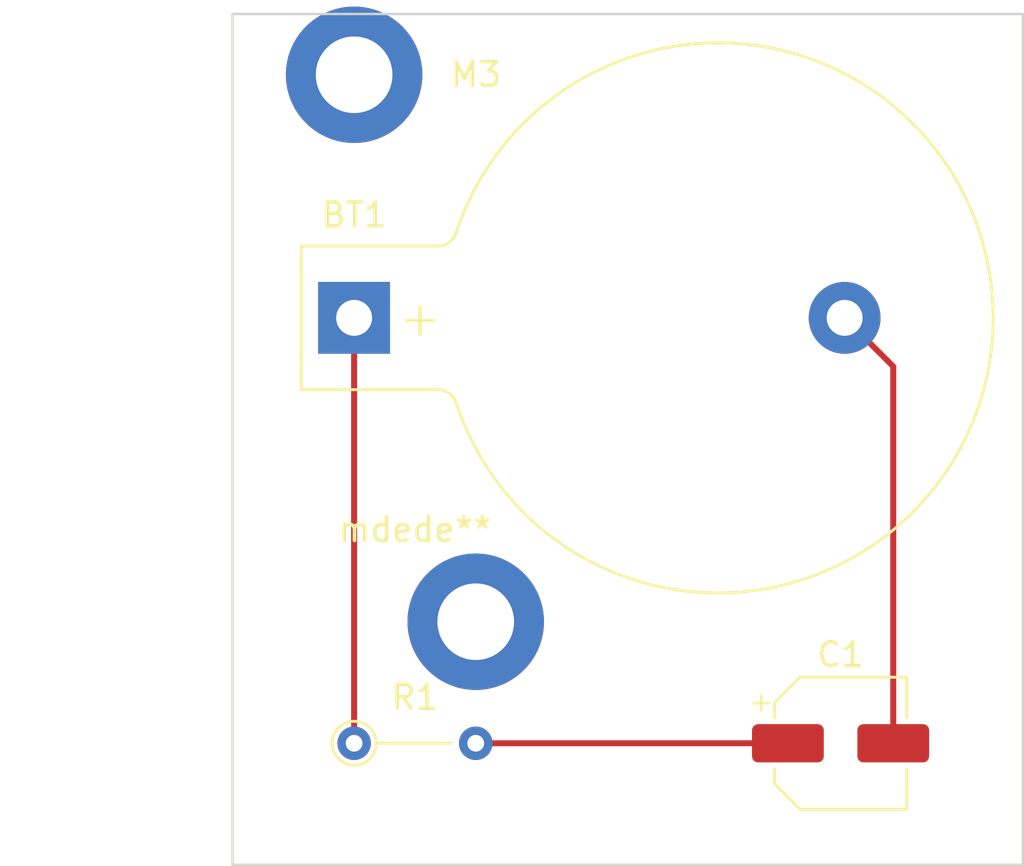
<source format=kicad_pcb>
(kicad_pcb (version 20211014) (generator pcbnew)
  (layers (0 "F.Cu" signal) (31 "B.Cu" signal) (34 "B.Paste" user) (35 "F.Paste" user) (36 "B.SilkS" user "B.Silkscreen") (37 "F.SilkS" user "F.Silkscreen") (38 "B.Mask" user) (39 "F.Mask" user) (44 "Edge.Cuts" user))
  (net 0 "")
  (net 1 "Net-(BT1-Pad2)")
  (net 2 "Net-(BT1-Pad1)")
  (net 3 "Net-(C1-Pad1)")
  (footprint "Capacitor_SMD:CP_Elec_5x5.4" (layer "F.Cu") (at 147.32 86.36)
    (fp_text reference "C1" (at 0 -3.7) (layer "F.SilkS"))
    (fp_text value "1u")
    (fp_line (start -1.695563 2.76) (end 2.76 2.76) (layer "F.SilkS") (width 0.12))
    (fp_line (start 2.76 2.76) (end 2.76 1.06) (layer "F.SilkS") (width 0.12))
    (fp_line (start -3.3125 -1.9975) (end -3.3125 -1.3725) (layer "F.SilkS") (width 0.12))
    (fp_line (start -2.76 -1.695563) (end -1.695563 -2.76) (layer "F.SilkS") (width 0.12))
    (fp_line (start -2.76 -1.695563) (end -2.76 -1.06) (layer "F.SilkS") (width 0.12))
    (fp_line (start -1.695563 -2.76) (end 2.76 -2.76) (layer "F.SilkS") (width 0.12))
    (fp_line (start -2.76 1.695563) (end -1.695563 2.76) (layer "F.SilkS") (width 0.12))
    (fp_line (start -2.76 1.695563) (end -2.76 1.06) (layer "F.SilkS") (width 0.12))
    (fp_line (start -3.625 -1.685) (end -3 -1.685) (layer "F.SilkS") (width 0.12))
    (fp_line (start 2.76 -2.76) (end 2.76 -1.06) (layer "F.SilkS") (width 0.12))
    (pad "1" smd roundrect locked (at -2.2 0) (size 3 1.6) (layers "F.Cu" "F.Paste" "F.Mask") (roundrect_rratio 0.15625) (net 3 "Net-(C1-Pad1)"))
    (pad "2" smd roundrect locked (at 2.2 0) (size 3 1.6) (layers "F.Cu" "F.Paste" "F.Mask") (roundrect_rratio 0.15625) (net 1 "Net-(BT1-Pad2)"))
  )
  (footprint "MountingHole:MountingHole_3.2mm_M3_ISO7380_Pad" (layer "F.Cu") (at 127 58.42)
    (fp_text reference "M3" (at 5.08 0) (layer "F.SilkS"))
    (fp_text value "MountingHole_3.2mm_M3_ISO7380_Pad")
    (pad "1" thru_hole circle locked (at 0 0) (size 5.7 5.7) (drill 3.2) (layers *.Cu *.Mask))
  )
  (footprint "MountingHole:MountingHole_3.2mm_M3_ISO7380_Pad" (layer "F.Cu") (at 132.08 81.28)
    (fp_text reference "mdede**" (at -2.54 -3.85) (layer "F.SilkS"))
    (fp_text value "MountingHole_3.2mm_M3_ISO7380_Pad")
    (pad "1" thru_hole circle locked (at 0 0) (size 5.7 5.7) (drill 3.2) (layers *.Cu *.Mask))
  )
  (footprint "Battery:BatteryHolder_Keystone_103_1x20mm" (layer "F.Cu") (at 127 68.58)
    (fp_text reference "BT1" (at 0 -4.3) (layer "F.SilkS"))
    (fp_text value "6")
    (fp_text user "+" (at 2.75 0) (layer "F.SilkS") (effects (font (size 1.5 1.5))))
    (fp_line (start -2.2 3) (end 3.5 3) (layer "F.SilkS") (width 0.12))
    (fp_line (start -2.2 -3) (end 3.5 -3) (layer "F.SilkS") (width 0.12))
    (fp_line (start -2.2 3) (end -2.2 -3) (layer "F.SilkS") (width 0.12))
    (fp_arc (start 4.25 -3.5) (mid 16.993514 -11.35499) (end 26.695671 0.045281) (layer "F.SilkS") (width 0.12))
    (fp_arc (start 4.251754 -3.526384) (mid 3.958861 -3.144678) (end 3.5 -3) (layer "F.SilkS") (width 0.12))
    (fp_arc (start 3.5 3) (mid 3.958861 3.144678) (end 4.251754 3.526384) (layer "F.SilkS") (width 0.12))
    (fp_arc (start 26.695671 -0.045281) (mid 16.993514 11.35499) (end 4.25 3.5) (layer "F.SilkS") (width 0.12))
    (pad "1" thru_hole rect locked (at 0 0) (size 3 3) (drill 1.5) (layers *.Cu *.Mask) (net 2 "Net-(BT1-Pad1)"))
    (pad "2" thru_hole circle locked (at 20.49 0) (size 3 3) (drill 1.5) (layers *.Cu *.Mask) (net 1 "Net-(BT1-Pad2)"))
  )
  (footprint "Resistor_THT:R_Axial_DIN0204_L3.6mm_D1.6mm_P5.08mm_Vertical" (layer "F.Cu") (at 127 86.36)
    (fp_text reference "R1" (at 2.54 -1.92) (layer "F.SilkS"))
    (fp_text value "1K")
    (fp_line (start 0.92 0) (end 4.08 0) (layer "F.SilkS") (width 0.12))
    (fp_circle (center 0 0) (end 0.92 0) (layer "F.SilkS") (width 0.12) (fill none))
    (pad "1" thru_hole circle locked (at 0 0) (size 1.4 1.4) (drill 0.7) (layers *.Cu *.Mask) (net 2 "Net-(BT1-Pad1)"))
    (pad "2" thru_hole oval locked (at 5.08 0) (size 1.4 1.4) (drill 0.7) (layers *.Cu *.Mask) (net 3 "Net-(C1-Pad1)"))
  )
  (gr_rect (start 121.92 55.88) (end 154.94 91.44) (layer "Edge.Cuts") (width 0.1) (fill none))
  (segment (start 149.52 70.61) (end 147.49 68.58) (width 0.25) (layer "F.Cu") (net 1))
  (segment (start 149.52 86.36) (end 149.52 70.61) (width 0.25) (layer "F.Cu") (net 1))
  (segment (start 127 68.58) (end 127 86.36) (width 0.25) (layer "F.Cu") (net 2))
  (segment (start 132.08 86.36) (end 145.12 86.36) (width 0.25) (layer "F.Cu") (net 3))
)
</source>
